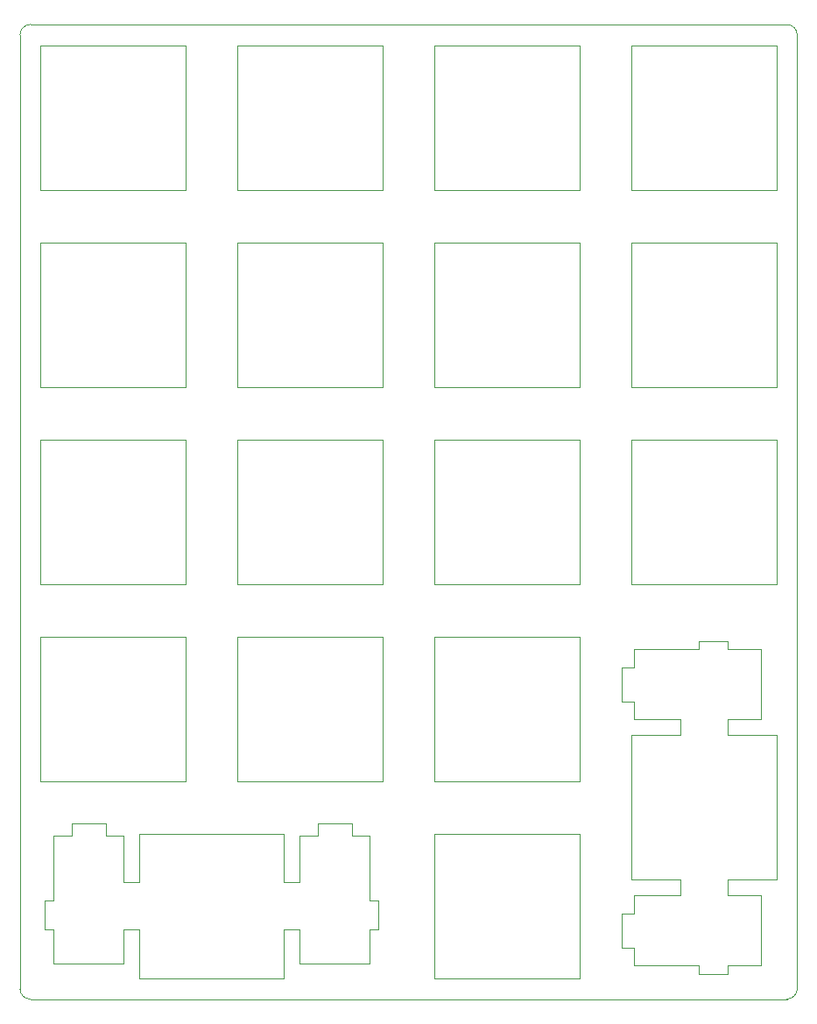
<source format=gbr>
G04 #@! TF.GenerationSoftware,KiCad,Pcbnew,(5.1.7)-1*
G04 #@! TF.CreationDate,2020-12-30T00:14:28-08:00*
G04 #@! TF.ProjectId,plate,706c6174-652e-46b6-9963-61645f706362,rev?*
G04 #@! TF.SameCoordinates,Original*
G04 #@! TF.FileFunction,Profile,NP*
%FSLAX46Y46*%
G04 Gerber Fmt 4.6, Leading zero omitted, Abs format (unit mm)*
G04 Created by KiCad (PCBNEW (5.1.7)-1) date 2020-12-30 00:14:28*
%MOMM*%
%LPD*%
G01*
G04 APERTURE LIST*
G04 #@! TA.AperFunction,Profile*
%ADD10C,0.100000*%
G04 #@! TD*
G04 APERTURE END LIST*
D10*
X239156108Y-75147677D02*
X225156808Y-75147677D01*
X187056808Y-132297877D02*
X187056808Y-118298477D01*
X200631808Y-146647497D02*
X199806408Y-146647497D01*
X199806408Y-143848737D02*
X200631808Y-143848737D01*
X199806408Y-146647497D02*
X199806408Y-149877697D01*
X200631808Y-143848737D02*
X200631808Y-146647497D01*
X193056708Y-149877697D02*
X193056708Y-146647497D01*
X199806408Y-149877697D02*
X193056708Y-149877697D01*
X199806408Y-137578667D02*
X199806408Y-143848737D01*
X198081108Y-137578667D02*
X199806408Y-137578667D01*
X198081108Y-136378397D02*
X198081108Y-137578667D01*
X193056708Y-146647497D02*
X191531208Y-146647497D01*
X194782008Y-137578667D02*
X194782008Y-136378397D01*
X168006758Y-99248377D02*
X182006308Y-99248377D01*
X187056808Y-113247677D02*
X187056808Y-99248377D01*
X206106808Y-113247677D02*
X206106808Y-99248377D01*
X206106808Y-99248377D02*
X220106108Y-99248377D01*
X225156808Y-113247677D02*
X225156808Y-99248377D01*
X201056108Y-113247677D02*
X187056808Y-113247677D01*
X201056108Y-99248377D02*
X201056108Y-113247677D01*
X187056808Y-99248377D02*
X201056108Y-99248377D01*
X220106108Y-113247677D02*
X206106808Y-113247677D01*
X239156108Y-113247677D02*
X225156808Y-113247677D01*
X220106108Y-99248377D02*
X220106108Y-113247677D01*
X168006758Y-118298477D02*
X182006308Y-118298477D01*
X234457108Y-150923407D02*
X234457108Y-150097957D01*
X201056108Y-132297877D02*
X187056808Y-132297877D01*
X201056108Y-118298477D02*
X201056108Y-132297877D01*
X234457108Y-150097957D02*
X237687108Y-150097957D01*
X220106108Y-132297877D02*
X206106808Y-132297877D01*
X229857208Y-126297877D02*
X229857208Y-127823377D01*
X239156108Y-141822877D02*
X239156108Y-127823377D01*
X237687108Y-119548177D02*
X234457108Y-119548177D01*
X237687108Y-126297877D02*
X237687108Y-119548177D01*
X187056808Y-118298477D02*
X201056108Y-118298477D01*
X237687108Y-143348377D02*
X234457108Y-143348377D01*
X206106808Y-132297877D02*
X206106808Y-118298477D01*
X220106108Y-118298477D02*
X220106108Y-132297877D01*
X225156808Y-141822877D02*
X229857208Y-141822877D01*
X206106808Y-118298477D02*
X220106108Y-118298477D01*
X234457108Y-118722777D02*
X231657108Y-118722777D01*
X234457108Y-119548177D02*
X234457108Y-118722777D01*
X225386808Y-150097957D02*
X231657108Y-150097957D01*
X229857208Y-141822877D02*
X229857208Y-143348377D01*
X225156808Y-127823377D02*
X225156808Y-141822877D01*
X225386808Y-126297877D02*
X229857208Y-126297877D01*
X225386808Y-143348377D02*
X225386808Y-145073627D01*
X231657108Y-150923407D02*
X234457108Y-150923407D01*
X234457108Y-127823377D02*
X234457108Y-126297877D01*
X224186708Y-148372667D02*
X225386808Y-148372667D01*
X234457108Y-126297877D02*
X237687108Y-126297877D01*
X234457108Y-141822877D02*
X239156108Y-141822877D01*
X225386808Y-148372667D02*
X225386808Y-150097957D01*
X224186708Y-145073627D02*
X224186708Y-148372667D01*
X234457108Y-143348377D02*
X234457108Y-141822877D01*
X229857208Y-127823377D02*
X225156808Y-127823377D01*
X237687108Y-150097957D02*
X237687108Y-143348377D01*
X225386808Y-145073627D02*
X224186708Y-145073627D01*
X229857208Y-143348377D02*
X225386808Y-143348377D01*
X231657108Y-150097957D02*
X231657108Y-150923407D01*
X239156108Y-99248377D02*
X239156108Y-113247677D01*
X225156808Y-99248377D02*
X239156108Y-99248377D01*
X168006758Y-132297877D02*
X168006758Y-118298477D01*
X182006308Y-132297877D02*
X168006758Y-132297877D01*
X239156108Y-127823377D02*
X234457108Y-127823377D01*
X182006308Y-118298477D02*
X182006308Y-132297877D01*
X225156808Y-75147677D02*
X225156808Y-61148377D01*
X220106108Y-75147677D02*
X206106808Y-75147677D01*
X201056108Y-80196977D02*
X201056108Y-94197677D01*
X220106108Y-94197677D02*
X206106808Y-94197677D01*
X220106108Y-80196977D02*
X220106108Y-94197677D01*
X182006308Y-113247677D02*
X168006758Y-113247677D01*
X225156808Y-94197677D02*
X225156808Y-80196977D01*
X168006758Y-94197677D02*
X168006758Y-80196977D01*
X206106808Y-75147677D02*
X206106808Y-61148377D01*
X220106108Y-61148377D02*
X220106108Y-75147677D01*
X168006758Y-113247677D02*
X168006758Y-99248377D01*
X182006308Y-80196977D02*
X182006308Y-94197677D01*
X239156108Y-80196977D02*
X239156108Y-94197677D01*
X201056108Y-94197677D02*
X187056808Y-94197677D01*
X206106808Y-61148377D02*
X220106108Y-61148377D01*
X187056808Y-80196977D02*
X201056108Y-80196977D01*
X225156808Y-80196977D02*
X239156108Y-80196977D01*
X168006758Y-61148377D02*
X182006308Y-61148377D01*
X168006758Y-80196977D02*
X182006308Y-80196977D01*
X168006758Y-75147677D02*
X168006758Y-61148377D01*
X225156808Y-61148377D02*
X239156108Y-61148377D01*
X239156108Y-94197677D02*
X225156808Y-94197677D01*
X187056808Y-94197677D02*
X187056808Y-80196977D01*
X201056108Y-61148377D02*
X201056108Y-75147677D01*
X206106808Y-94197677D02*
X206106808Y-80196977D01*
X206106808Y-80196977D02*
X220106108Y-80196977D01*
X187056808Y-75147677D02*
X187056808Y-61148377D01*
X182006308Y-94197677D02*
X168006758Y-94197677D01*
X187056808Y-61148377D02*
X201056108Y-61148377D01*
X182006308Y-99248377D02*
X182006308Y-113247677D01*
X174280958Y-136378397D02*
X174280958Y-137578667D01*
X174280958Y-137578667D02*
X176006308Y-137578667D01*
X193056708Y-137578667D02*
X194782008Y-137578667D01*
X193056708Y-142049007D02*
X193056708Y-137578667D01*
X170981948Y-137578667D02*
X170981948Y-136378397D01*
X176006308Y-142049007D02*
X177531808Y-142049007D01*
X191531208Y-142049007D02*
X193056708Y-142049007D01*
X176006308Y-137578667D02*
X176006308Y-142049007D01*
X170981948Y-136378397D02*
X174280958Y-136378397D01*
X182006308Y-75147677D02*
X168006758Y-75147677D01*
X169256658Y-137578667D02*
X170981948Y-137578667D01*
X169256658Y-143848737D02*
X169256658Y-137578667D01*
X168431198Y-143848737D02*
X169256658Y-143848737D01*
X168431198Y-146647497D02*
X168431198Y-143848737D01*
X201056108Y-75147677D02*
X187056808Y-75147677D01*
X176006308Y-149877697D02*
X169256658Y-149877697D01*
X169256658Y-146647497D02*
X168431198Y-146647497D01*
X169256658Y-149877697D02*
X169256658Y-146647497D01*
X176006308Y-146647497D02*
X176006308Y-149877697D01*
X177531808Y-146647497D02*
X176006308Y-146647497D01*
X240156333Y-59148026D02*
G75*
G02*
X241156333Y-60148026I0J-1000000D01*
G01*
X167006533Y-153348187D02*
G75*
G02*
X166006533Y-152348187I0J1000000D01*
G01*
X166006533Y-152348187D02*
X166006533Y-68148026D01*
X213106333Y-153348187D02*
X167006533Y-153348187D01*
X241156333Y-152348187D02*
G75*
G02*
X240156333Y-153348187I-1000000J0D01*
G01*
X241156333Y-152348187D02*
X241156333Y-60148026D01*
X166006533Y-68148026D02*
X166006533Y-60148026D01*
X213106333Y-153348187D02*
X240156333Y-153348187D01*
X167006533Y-59148026D02*
X240156333Y-59148026D01*
X166006533Y-60148026D02*
G75*
G02*
X167006533Y-59148026I1000000J0D01*
G01*
X182006308Y-75147677D02*
X182006308Y-61148377D01*
X239156108Y-75147677D02*
X239156108Y-61148377D01*
X191531208Y-151347837D02*
X191531208Y-146647367D01*
X177531808Y-151347837D02*
X191531208Y-151347837D01*
X191531208Y-137348377D02*
X177531808Y-137348377D01*
X206106808Y-151347837D02*
X206106808Y-137348377D01*
X220106108Y-151347837D02*
X206106808Y-151347837D01*
X206106808Y-137348377D02*
X220106108Y-137348377D01*
X177531808Y-137348377D02*
X177531808Y-142048877D01*
X191531208Y-142048877D02*
X191531208Y-137348377D01*
X225386808Y-124572577D02*
X225386808Y-126297877D01*
X224186708Y-124572577D02*
X225386808Y-124572577D01*
X224186708Y-121273577D02*
X224186708Y-124572577D01*
X225386808Y-121273577D02*
X224186708Y-121273577D01*
X225386808Y-119548177D02*
X225386808Y-121273577D01*
X231657108Y-119548177D02*
X225386808Y-119548177D01*
X231657108Y-118722777D02*
X231657108Y-119548177D01*
X177531808Y-146647367D02*
X177531808Y-151347837D01*
X220106108Y-137348377D02*
X220106108Y-151347837D01*
X194782008Y-136378397D02*
X198081108Y-136378397D01*
M02*

</source>
